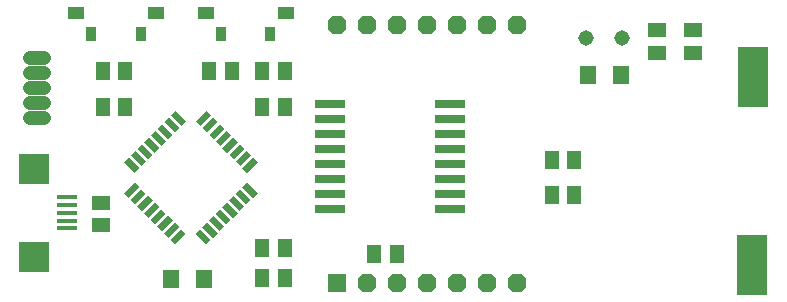
<source format=gbr>
G75*
%MOIN*%
%OFA0B0*%
%FSLAX25Y25*%
%IPPOS*%
%LPD*%
%AMOC8*
5,1,8,0,0,1.08239X$1,22.5*
%
%ADD10R,0.10000X0.02500*%
%ADD11R,0.05118X0.05906*%
%ADD12R,0.05906X0.05118*%
%ADD13C,0.05150*%
%ADD14R,0.06299X0.06299*%
%ADD15OC8,0.06299*%
%ADD16R,0.05000X0.02200*%
%ADD17R,0.02200X0.05000*%
%ADD18R,0.06890X0.01575*%
%ADD19R,0.10000X0.10000*%
%ADD20C,0.04559*%
%ADD21R,0.03543X0.05118*%
%ADD22R,0.05709X0.03937*%
%ADD23R,0.10000X0.20000*%
%ADD24R,0.05512X0.06299*%
D10*
X0113583Y0037264D03*
X0113583Y0042264D03*
X0113583Y0047264D03*
X0113583Y0052264D03*
X0113583Y0057264D03*
X0113583Y0062264D03*
X0113583Y0067264D03*
X0113583Y0072264D03*
X0153583Y0072264D03*
X0153583Y0067264D03*
X0153583Y0062264D03*
X0153583Y0057264D03*
X0153583Y0052264D03*
X0153583Y0047264D03*
X0153583Y0042264D03*
X0153583Y0037264D03*
D11*
X0187480Y0042008D03*
X0194961Y0042008D03*
X0194961Y0053819D03*
X0187480Y0053819D03*
X0135906Y0022323D03*
X0128425Y0022323D03*
X0098504Y0024291D03*
X0091024Y0024291D03*
X0091024Y0014449D03*
X0098504Y0014449D03*
X0098504Y0071535D03*
X0091024Y0071535D03*
X0091024Y0083346D03*
X0098504Y0083346D03*
X0080787Y0083346D03*
X0073307Y0083346D03*
X0045354Y0083346D03*
X0037874Y0083346D03*
X0037874Y0071535D03*
X0045354Y0071535D03*
D12*
X0037283Y0039449D03*
X0037283Y0031969D03*
X0222717Y0089449D03*
X0234528Y0089449D03*
X0234528Y0096929D03*
X0222717Y0096929D03*
D13*
X0210906Y0094370D03*
X0199094Y0094370D03*
D14*
X0115945Y0012874D03*
D15*
X0125945Y0012874D03*
X0135945Y0012874D03*
X0145945Y0012874D03*
X0155945Y0012874D03*
X0165945Y0012874D03*
X0175945Y0012874D03*
X0175945Y0098701D03*
X0165945Y0098701D03*
X0155945Y0098701D03*
X0145945Y0098701D03*
X0135945Y0098701D03*
X0125945Y0098701D03*
X0115945Y0098701D03*
D16*
G36*
X0062061Y0070203D02*
X0065595Y0066669D01*
X0064039Y0065113D01*
X0060505Y0068647D01*
X0062061Y0070203D01*
G37*
G36*
X0059833Y0067976D02*
X0063367Y0064442D01*
X0061811Y0062886D01*
X0058277Y0066420D01*
X0059833Y0067976D01*
G37*
G36*
X0057606Y0065749D02*
X0061140Y0062215D01*
X0059584Y0060659D01*
X0056050Y0064193D01*
X0057606Y0065749D01*
G37*
G36*
X0055379Y0063522D02*
X0058913Y0059988D01*
X0057357Y0058432D01*
X0053823Y0061966D01*
X0055379Y0063522D01*
G37*
G36*
X0053152Y0061295D02*
X0056686Y0057761D01*
X0055130Y0056205D01*
X0051596Y0059739D01*
X0053152Y0061295D01*
G37*
G36*
X0050925Y0059068D02*
X0054459Y0055534D01*
X0052903Y0053978D01*
X0049369Y0057512D01*
X0050925Y0059068D01*
G37*
G36*
X0048698Y0056841D02*
X0052232Y0053307D01*
X0050676Y0051751D01*
X0047142Y0055285D01*
X0048698Y0056841D01*
G37*
G36*
X0046471Y0054614D02*
X0050005Y0051080D01*
X0048449Y0049524D01*
X0044915Y0053058D01*
X0046471Y0054614D01*
G37*
G36*
X0083734Y0044076D02*
X0087268Y0040542D01*
X0085712Y0038986D01*
X0082178Y0042520D01*
X0083734Y0044076D01*
G37*
G36*
X0085961Y0046303D02*
X0089495Y0042769D01*
X0087939Y0041213D01*
X0084405Y0044747D01*
X0085961Y0046303D01*
G37*
G36*
X0081506Y0041849D02*
X0085040Y0038315D01*
X0083484Y0036759D01*
X0079950Y0040293D01*
X0081506Y0041849D01*
G37*
G36*
X0079279Y0039622D02*
X0082813Y0036088D01*
X0081257Y0034532D01*
X0077723Y0038066D01*
X0079279Y0039622D01*
G37*
G36*
X0077052Y0037395D02*
X0080586Y0033861D01*
X0079030Y0032305D01*
X0075496Y0035839D01*
X0077052Y0037395D01*
G37*
G36*
X0074825Y0035168D02*
X0078359Y0031634D01*
X0076803Y0030078D01*
X0073269Y0033612D01*
X0074825Y0035168D01*
G37*
G36*
X0072598Y0032941D02*
X0076132Y0029407D01*
X0074576Y0027851D01*
X0071042Y0031385D01*
X0072598Y0032941D01*
G37*
G36*
X0070371Y0030713D02*
X0073905Y0027179D01*
X0072349Y0025623D01*
X0068815Y0029157D01*
X0070371Y0030713D01*
G37*
D17*
G36*
X0064039Y0030713D02*
X0065595Y0029157D01*
X0062061Y0025623D01*
X0060505Y0027179D01*
X0064039Y0030713D01*
G37*
G36*
X0061811Y0032941D02*
X0063367Y0031385D01*
X0059833Y0027851D01*
X0058277Y0029407D01*
X0061811Y0032941D01*
G37*
G36*
X0059584Y0035168D02*
X0061140Y0033612D01*
X0057606Y0030078D01*
X0056050Y0031634D01*
X0059584Y0035168D01*
G37*
G36*
X0057357Y0037395D02*
X0058913Y0035839D01*
X0055379Y0032305D01*
X0053823Y0033861D01*
X0057357Y0037395D01*
G37*
G36*
X0055130Y0039622D02*
X0056686Y0038066D01*
X0053152Y0034532D01*
X0051596Y0036088D01*
X0055130Y0039622D01*
G37*
G36*
X0052903Y0041849D02*
X0054459Y0040293D01*
X0050925Y0036759D01*
X0049369Y0038315D01*
X0052903Y0041849D01*
G37*
G36*
X0050676Y0044076D02*
X0052232Y0042520D01*
X0048698Y0038986D01*
X0047142Y0040542D01*
X0050676Y0044076D01*
G37*
G36*
X0048449Y0046303D02*
X0050005Y0044747D01*
X0046471Y0041213D01*
X0044915Y0042769D01*
X0048449Y0046303D01*
G37*
G36*
X0081257Y0061295D02*
X0082813Y0059739D01*
X0079279Y0056205D01*
X0077723Y0057761D01*
X0081257Y0061295D01*
G37*
G36*
X0079030Y0063522D02*
X0080586Y0061966D01*
X0077052Y0058432D01*
X0075496Y0059988D01*
X0079030Y0063522D01*
G37*
G36*
X0076803Y0065749D02*
X0078359Y0064193D01*
X0074825Y0060659D01*
X0073269Y0062215D01*
X0076803Y0065749D01*
G37*
G36*
X0074576Y0067976D02*
X0076132Y0066420D01*
X0072598Y0062886D01*
X0071042Y0064442D01*
X0074576Y0067976D01*
G37*
G36*
X0072349Y0070203D02*
X0073905Y0068647D01*
X0070371Y0065113D01*
X0068815Y0066669D01*
X0072349Y0070203D01*
G37*
G36*
X0083484Y0059068D02*
X0085040Y0057512D01*
X0081506Y0053978D01*
X0079950Y0055534D01*
X0083484Y0059068D01*
G37*
G36*
X0085712Y0056841D02*
X0087268Y0055285D01*
X0083734Y0051751D01*
X0082178Y0053307D01*
X0085712Y0056841D01*
G37*
G36*
X0087939Y0054614D02*
X0089495Y0053058D01*
X0085961Y0049524D01*
X0084405Y0051080D01*
X0087939Y0054614D01*
G37*
D18*
X0025965Y0041220D03*
X0025965Y0038661D03*
X0025965Y0036102D03*
X0025965Y0033543D03*
X0025965Y0030984D03*
D19*
X0014843Y0021437D03*
X0014843Y0050768D03*
D20*
X0013744Y0067598D02*
X0018303Y0067598D01*
X0018303Y0072598D02*
X0013744Y0072598D01*
X0013744Y0077598D02*
X0018303Y0077598D01*
X0018303Y0082598D02*
X0013744Y0082598D01*
X0013744Y0087598D02*
X0018303Y0087598D01*
D21*
X0033976Y0095551D03*
X0050433Y0095551D03*
X0077283Y0095551D03*
X0093740Y0095551D03*
D22*
X0098858Y0102638D03*
X0072244Y0102638D03*
X0055551Y0102638D03*
X0028937Y0102638D03*
D23*
X0254606Y0081378D03*
X0254213Y0018780D03*
D24*
X0210512Y0082165D03*
X0199488Y0082165D03*
X0071535Y0014055D03*
X0060512Y0014055D03*
M02*

</source>
